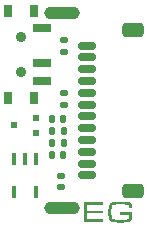
<source format=gbr>
%TF.GenerationSoftware,KiCad,Pcbnew,(6.0.5-0)*%
%TF.CreationDate,2025-01-27T20:14:51-05:00*%
%TF.ProjectId,PICOGAUGEADAPTER,5049434f-4741-4554-9745-414441505445,rev?*%
%TF.SameCoordinates,Original*%
%TF.FileFunction,Soldermask,Top*%
%TF.FilePolarity,Negative*%
%FSLAX46Y46*%
G04 Gerber Fmt 4.6, Leading zero omitted, Abs format (unit mm)*
G04 Created by KiCad (PCBNEW (6.0.5-0)) date 2025-01-27 20:14:51*
%MOMM*%
%LPD*%
G01*
G04 APERTURE LIST*
G04 Aperture macros list*
%AMRoundRect*
0 Rectangle with rounded corners*
0 $1 Rounding radius*
0 $2 $3 $4 $5 $6 $7 $8 $9 X,Y pos of 4 corners*
0 Add a 4 corners polygon primitive as box body*
4,1,4,$2,$3,$4,$5,$6,$7,$8,$9,$2,$3,0*
0 Add four circle primitives for the rounded corners*
1,1,$1+$1,$2,$3*
1,1,$1+$1,$4,$5*
1,1,$1+$1,$6,$7*
1,1,$1+$1,$8,$9*
0 Add four rect primitives between the rounded corners*
20,1,$1+$1,$2,$3,$4,$5,0*
20,1,$1+$1,$4,$5,$6,$7,0*
20,1,$1+$1,$6,$7,$8,$9,0*
20,1,$1+$1,$8,$9,$2,$3,0*%
G04 Aperture macros list end*
%ADD10C,0.000000*%
%ADD11R,0.550000X0.600000*%
%ADD12RoundRect,0.135000X-0.185000X0.135000X-0.185000X-0.135000X0.185000X-0.135000X0.185000X0.135000X0*%
%ADD13RoundRect,0.135000X0.185000X-0.135000X0.185000X0.135000X-0.185000X0.135000X-0.185000X-0.135000X0*%
%ADD14RoundRect,0.140000X0.140000X0.170000X-0.140000X0.170000X-0.140000X-0.170000X0.140000X-0.170000X0*%
%ADD15RoundRect,0.150000X0.625000X-0.150000X0.625000X0.150000X-0.625000X0.150000X-0.625000X-0.150000X0*%
%ADD16RoundRect,0.250000X0.650000X-0.350000X0.650000X0.350000X-0.650000X0.350000X-0.650000X-0.350000X0*%
%ADD17RoundRect,0.135000X0.135000X0.185000X-0.135000X0.185000X-0.135000X-0.185000X0.135000X-0.185000X0*%
%ADD18RoundRect,0.135000X-0.135000X-0.185000X0.135000X-0.185000X0.135000X0.185000X-0.135000X0.185000X0*%
%ADD19R,0.457200X0.977900*%
%ADD20RoundRect,0.140000X-0.170000X0.140000X-0.170000X-0.140000X0.170000X-0.140000X0.170000X0.140000X0*%
%ADD21R,0.800000X1.000000*%
%ADD22C,0.900000*%
%ADD23R,1.500000X0.700000*%
%ADD24O,3.000000X1.100000*%
G04 APERTURE END LIST*
D10*
G36*
X159366658Y-99717044D02*
G01*
X157976537Y-99717044D01*
X157976537Y-100217371D01*
X159318768Y-100217371D01*
X159318768Y-100448617D01*
X157976537Y-100448617D01*
X157976537Y-100973815D01*
X159366658Y-100973815D01*
X159366658Y-101205325D01*
X157720156Y-101205325D01*
X157720156Y-99485798D01*
X159366658Y-99485798D01*
X159366658Y-99717044D01*
G37*
G36*
X160870077Y-99460829D02*
G01*
X160927826Y-99461457D01*
X160985566Y-99462548D01*
X161043287Y-99464103D01*
X161132624Y-99467724D01*
X161215667Y-99472635D01*
X161292415Y-99478837D01*
X161362869Y-99486328D01*
X161427029Y-99495108D01*
X161484895Y-99505179D01*
X161536469Y-99516540D01*
X161581750Y-99529190D01*
X161591104Y-99532140D01*
X161600383Y-99535309D01*
X161609582Y-99538694D01*
X161618697Y-99542295D01*
X161627725Y-99546110D01*
X161636661Y-99550138D01*
X161645503Y-99554376D01*
X161654245Y-99558823D01*
X161663424Y-99564465D01*
X161672361Y-99570434D01*
X161681048Y-99576723D01*
X161689477Y-99583322D01*
X161697641Y-99590224D01*
X161705532Y-99597420D01*
X161713142Y-99604902D01*
X161720465Y-99612661D01*
X161727491Y-99620689D01*
X161734214Y-99628978D01*
X161740626Y-99637518D01*
X161746719Y-99646302D01*
X161752486Y-99655321D01*
X161757919Y-99664568D01*
X161763010Y-99674032D01*
X161767752Y-99683707D01*
X161774230Y-99697176D01*
X161780369Y-99711190D01*
X161786169Y-99725751D01*
X161791630Y-99740857D01*
X161796752Y-99756508D01*
X161801536Y-99772706D01*
X161805980Y-99789449D01*
X161810085Y-99806738D01*
X161813851Y-99824573D01*
X161817278Y-99842953D01*
X161820367Y-99861879D01*
X161823116Y-99881350D01*
X161825526Y-99901368D01*
X161827597Y-99921931D01*
X161829329Y-99943040D01*
X161830723Y-99964694D01*
X161831677Y-99985187D01*
X161832348Y-100005690D01*
X161832735Y-100026201D01*
X161832839Y-100046715D01*
X161576458Y-100046715D01*
X161575985Y-100016328D01*
X161574568Y-99987477D01*
X161572207Y-99960162D01*
X161568901Y-99934383D01*
X161564650Y-99910139D01*
X161559454Y-99887432D01*
X161553314Y-99866260D01*
X161546229Y-99846624D01*
X161538200Y-99828524D01*
X161529226Y-99811959D01*
X161519307Y-99796931D01*
X161508443Y-99783438D01*
X161496635Y-99771481D01*
X161483883Y-99761060D01*
X161470185Y-99752175D01*
X161455543Y-99744825D01*
X161447164Y-99741704D01*
X161438715Y-99738791D01*
X161430198Y-99736090D01*
X161421619Y-99733599D01*
X161412980Y-99731322D01*
X161404287Y-99729258D01*
X161395543Y-99727409D01*
X161386752Y-99725776D01*
X161342356Y-99718458D01*
X161290129Y-99712116D01*
X161230073Y-99706750D01*
X161162187Y-99702360D01*
X161086470Y-99698945D01*
X161002924Y-99696506D01*
X160911548Y-99695042D01*
X160812341Y-99694555D01*
X160679921Y-99695935D01*
X160561797Y-99700078D01*
X160457969Y-99706982D01*
X160368437Y-99716647D01*
X160329031Y-99722516D01*
X160293200Y-99729075D01*
X160260942Y-99736324D01*
X160232259Y-99744263D01*
X160207149Y-99752893D01*
X160185614Y-99762214D01*
X160167652Y-99772224D01*
X160153264Y-99782925D01*
X160147111Y-99788780D01*
X160141153Y-99795396D01*
X160135391Y-99802774D01*
X160129824Y-99810913D01*
X160124452Y-99819815D01*
X160119276Y-99829478D01*
X160109509Y-99851089D01*
X160100523Y-99875747D01*
X160092319Y-99903451D01*
X160084896Y-99934203D01*
X160078255Y-99968002D01*
X160072395Y-100004847D01*
X160067316Y-100044739D01*
X160063018Y-100087678D01*
X160059502Y-100133664D01*
X160056768Y-100182696D01*
X160054814Y-100234776D01*
X160053642Y-100289902D01*
X160053252Y-100348075D01*
X160054864Y-100460805D01*
X160059701Y-100561528D01*
X160063328Y-100607388D01*
X160067762Y-100650246D01*
X160073002Y-100690103D01*
X160079049Y-100726959D01*
X160085901Y-100760813D01*
X160093559Y-100791666D01*
X160102024Y-100819517D01*
X160111295Y-100844368D01*
X160121372Y-100866216D01*
X160132255Y-100885064D01*
X160143944Y-100900910D01*
X160156439Y-100913755D01*
X160160192Y-100916667D01*
X160164009Y-100919488D01*
X160167886Y-100922217D01*
X160171824Y-100924854D01*
X160175819Y-100927397D01*
X160179871Y-100929846D01*
X160183977Y-100932199D01*
X160188137Y-100934456D01*
X160192347Y-100936617D01*
X160196608Y-100938679D01*
X160200916Y-100940642D01*
X160205270Y-100942506D01*
X160209668Y-100944269D01*
X160214110Y-100945930D01*
X160218592Y-100947489D01*
X160223114Y-100948944D01*
X160243864Y-100955608D01*
X160266758Y-100961843D01*
X160291795Y-100967647D01*
X160318976Y-100973021D01*
X160348300Y-100977966D01*
X160379768Y-100982480D01*
X160413380Y-100986565D01*
X160449134Y-100990219D01*
X160527075Y-100996238D01*
X160613590Y-101000538D01*
X160708678Y-101003118D01*
X160812341Y-101003978D01*
X160940681Y-101003002D01*
X161055692Y-101000075D01*
X161157374Y-100995197D01*
X161245729Y-100988367D01*
X161320755Y-100979586D01*
X161382452Y-100968854D01*
X161408303Y-100962756D01*
X161430821Y-100956171D01*
X161450008Y-100949097D01*
X161465862Y-100941536D01*
X161470464Y-100938615D01*
X161474950Y-100935539D01*
X161479315Y-100932311D01*
X161483557Y-100928936D01*
X161487671Y-100925417D01*
X161491655Y-100921758D01*
X161495504Y-100917963D01*
X161499216Y-100914036D01*
X161502786Y-100909979D01*
X161506212Y-100905798D01*
X161509490Y-100901496D01*
X161512617Y-100897077D01*
X161515589Y-100892543D01*
X161518403Y-100887901D01*
X161521055Y-100883152D01*
X161523541Y-100878300D01*
X161529949Y-100865551D01*
X161535944Y-100851842D01*
X161541525Y-100837174D01*
X161546692Y-100821547D01*
X161551446Y-100804961D01*
X161555787Y-100787416D01*
X161559715Y-100768912D01*
X161563229Y-100749448D01*
X161566329Y-100729026D01*
X161569016Y-100707644D01*
X161571290Y-100685303D01*
X161573150Y-100662004D01*
X161574597Y-100637745D01*
X161575631Y-100612527D01*
X161576251Y-100586349D01*
X161576458Y-100559213D01*
X160746725Y-100559213D01*
X160746725Y-100327703D01*
X161832839Y-100327703D01*
X161832839Y-100559213D01*
X161832777Y-100581622D01*
X161832421Y-100604022D01*
X161831770Y-100626412D01*
X161830825Y-100648787D01*
X161829586Y-100671147D01*
X161828053Y-100693488D01*
X161826226Y-100715809D01*
X161824105Y-100738105D01*
X161818516Y-100783065D01*
X161815201Y-100804597D01*
X161811539Y-100825497D01*
X161807529Y-100845766D01*
X161803172Y-100865402D01*
X161798467Y-100884406D01*
X161793416Y-100902779D01*
X161788017Y-100920519D01*
X161782270Y-100937627D01*
X161776177Y-100954103D01*
X161769736Y-100969946D01*
X161762948Y-100985157D01*
X161755812Y-100999736D01*
X161748329Y-101013682D01*
X161740499Y-101026996D01*
X161736260Y-101033937D01*
X161731831Y-101040744D01*
X161727217Y-101047415D01*
X161722420Y-101053947D01*
X161717445Y-101060335D01*
X161712293Y-101066576D01*
X161706970Y-101072666D01*
X161701478Y-101078603D01*
X161695820Y-101084382D01*
X161690000Y-101090000D01*
X161684022Y-101095454D01*
X161677888Y-101100739D01*
X161671601Y-101105853D01*
X161665167Y-101110792D01*
X161658586Y-101115552D01*
X161651864Y-101120130D01*
X161638745Y-101127859D01*
X161625380Y-101135129D01*
X161611783Y-101141935D01*
X161597966Y-101148271D01*
X161583941Y-101154132D01*
X161569720Y-101159513D01*
X161555315Y-101164409D01*
X161540739Y-101168813D01*
X161511632Y-101177175D01*
X161480336Y-101184998D01*
X161446850Y-101192281D01*
X161411176Y-101199025D01*
X161373313Y-101205229D01*
X161333260Y-101210894D01*
X161246589Y-101220605D01*
X161151161Y-101228158D01*
X161046977Y-101233553D01*
X160934037Y-101236790D01*
X160812341Y-101237869D01*
X160745633Y-101237554D01*
X160678938Y-101236259D01*
X160612270Y-101233982D01*
X160545641Y-101230725D01*
X160440453Y-101222709D01*
X160391418Y-101217601D01*
X160344756Y-101211758D01*
X160300467Y-101205182D01*
X160258552Y-101197872D01*
X160219009Y-101189828D01*
X160181839Y-101181050D01*
X160147042Y-101171538D01*
X160114619Y-101161293D01*
X160084568Y-101150314D01*
X160056890Y-101138601D01*
X160031585Y-101126154D01*
X160008653Y-101112973D01*
X159988094Y-101099059D01*
X159969908Y-101084411D01*
X159963244Y-101078007D01*
X159956758Y-101071437D01*
X159950455Y-101064706D01*
X159944336Y-101057817D01*
X159938404Y-101050775D01*
X159932663Y-101043583D01*
X159927114Y-101036245D01*
X159921761Y-101028765D01*
X159916606Y-101021148D01*
X159911652Y-101013396D01*
X159906901Y-101005514D01*
X159902357Y-100997506D01*
X159898022Y-100989376D01*
X159893899Y-100981127D01*
X159889991Y-100972764D01*
X159886300Y-100964290D01*
X159875997Y-100940053D01*
X159866324Y-100914238D01*
X159857278Y-100886847D01*
X159848861Y-100857878D01*
X159841072Y-100827332D01*
X159833912Y-100795209D01*
X159827380Y-100761509D01*
X159821477Y-100726231D01*
X159816202Y-100689377D01*
X159811555Y-100650945D01*
X159807537Y-100610936D01*
X159804147Y-100569350D01*
X159801385Y-100526187D01*
X159799252Y-100481446D01*
X159797747Y-100435129D01*
X159796871Y-100387234D01*
X159796813Y-100366332D01*
X159796870Y-100345433D01*
X159797457Y-100278710D01*
X159799219Y-100214934D01*
X159802154Y-100154107D01*
X159806263Y-100096227D01*
X159811547Y-100041294D01*
X159818004Y-99989310D01*
X159825636Y-99940273D01*
X159834441Y-99894183D01*
X159844421Y-99851041D01*
X159855575Y-99810847D01*
X159867903Y-99773601D01*
X159881405Y-99739302D01*
X159896081Y-99707951D01*
X159911931Y-99679548D01*
X159928955Y-99654092D01*
X159947154Y-99631584D01*
X159949844Y-99628620D01*
X159952578Y-99625698D01*
X159955358Y-99622820D01*
X159958182Y-99619986D01*
X159961049Y-99617195D01*
X159963959Y-99614450D01*
X159966913Y-99611749D01*
X159969908Y-99609094D01*
X159976489Y-99603871D01*
X159983178Y-99598797D01*
X159989971Y-99593873D01*
X159996865Y-99589103D01*
X160003859Y-99584486D01*
X160010950Y-99580024D01*
X160018134Y-99575719D01*
X160025410Y-99571573D01*
X160032774Y-99567586D01*
X160040225Y-99563760D01*
X160047759Y-99560097D01*
X160055374Y-99556598D01*
X160063067Y-99553264D01*
X160070836Y-99550098D01*
X160078677Y-99547100D01*
X160086589Y-99544271D01*
X160111596Y-99535423D01*
X160138262Y-99527069D01*
X160166588Y-99519209D01*
X160196573Y-99511843D01*
X160228219Y-99504971D01*
X160261524Y-99498594D01*
X160296490Y-99492710D01*
X160333115Y-99487320D01*
X160371400Y-99482424D01*
X160411345Y-99478022D01*
X160496214Y-99470701D01*
X160587722Y-99465355D01*
X160685870Y-99461986D01*
X160717484Y-99461379D01*
X160749095Y-99460957D01*
X160780709Y-99460719D01*
X160812328Y-99460664D01*
X160870077Y-99460829D01*
G37*
D11*
%TO.C,Q1*%
X153675000Y-93650000D03*
X153675000Y-92350000D03*
X151825000Y-93000000D03*
%TD*%
D12*
%TO.C,R4*%
X156000000Y-85740000D03*
X156000000Y-86760000D03*
%TD*%
D13*
%TO.C,R3*%
X156000000Y-91260000D03*
X156000000Y-90240000D03*
%TD*%
D14*
%TO.C,C3*%
X155980000Y-92500000D03*
X155020000Y-92500000D03*
%TD*%
D15*
%TO.C,J2*%
X158000000Y-97250000D03*
X158000000Y-96250000D03*
X158000000Y-95250000D03*
X158000000Y-94250000D03*
X158000000Y-93250000D03*
X158000000Y-92250000D03*
X158000000Y-91250000D03*
X158000000Y-90250000D03*
X158000000Y-89250000D03*
X158000000Y-88250000D03*
X158000000Y-87250000D03*
X158000000Y-86250000D03*
D16*
X161875000Y-84950000D03*
X161875000Y-98550000D03*
%TD*%
D14*
%TO.C,C1*%
X155980000Y-95500000D03*
X155020000Y-95500000D03*
%TD*%
D17*
%TO.C,R2*%
X156010000Y-93500000D03*
X154990000Y-93500000D03*
%TD*%
D18*
%TO.C,R1*%
X155000000Y-94500000D03*
X156020000Y-94500000D03*
%TD*%
D19*
%TO.C,U1*%
X153699960Y-98615250D03*
X151800040Y-98615250D03*
X151799999Y-95884750D03*
X152750000Y-95884750D03*
X153700001Y-95884750D03*
%TD*%
D20*
%TO.C,C2*%
X155750000Y-97270000D03*
X155750000Y-98230000D03*
%TD*%
D21*
%TO.C,S1*%
X153530000Y-90650000D03*
D22*
X152420000Y-85500000D03*
D21*
X151320000Y-90650000D03*
D22*
X152420000Y-88500000D03*
D21*
X151320000Y-83350000D03*
X153530000Y-83350000D03*
D23*
X154180000Y-84750000D03*
X154180000Y-87750000D03*
X154180000Y-89250000D03*
%TD*%
D24*
%TO.C,J1*%
X155900000Y-99965000D03*
X155900000Y-83535000D03*
%TD*%
M02*

</source>
